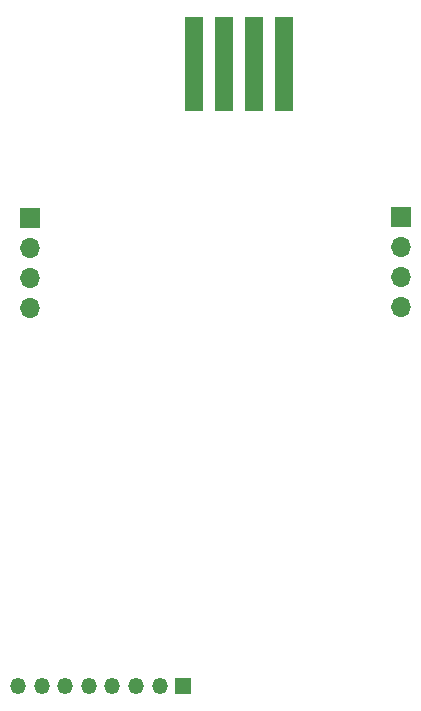
<source format=gbs>
G04 #@! TF.GenerationSoftware,KiCad,Pcbnew,6.0.10*
G04 #@! TF.CreationDate,2023-07-05T17:22:54-05:00*
G04 #@! TF.ProjectId,display_board,64697370-6c61-4795-9f62-6f6172642e6b,rev?*
G04 #@! TF.SameCoordinates,Original*
G04 #@! TF.FileFunction,Soldermask,Bot*
G04 #@! TF.FilePolarity,Negative*
%FSLAX46Y46*%
G04 Gerber Fmt 4.6, Leading zero omitted, Abs format (unit mm)*
G04 Created by KiCad (PCBNEW 6.0.10) date 2023-07-05 17:22:54*
%MOMM*%
%LPD*%
G01*
G04 APERTURE LIST*
%ADD10R,1.350000X1.350000*%
%ADD11O,1.350000X1.350000*%
%ADD12R,1.700000X1.700000*%
%ADD13O,1.700000X1.700000*%
%ADD14R,1.600000X8.000000*%
G04 APERTURE END LIST*
D10*
X20462000Y-56724000D03*
D11*
X18462000Y-56724000D03*
X16462000Y-56724000D03*
X14462000Y-56724000D03*
X12462000Y-56724000D03*
X10462000Y-56724000D03*
X8462000Y-56724000D03*
X6462000Y-56724000D03*
D12*
X38862000Y-17018000D03*
D13*
X38862000Y-19558000D03*
X38862000Y-22098000D03*
X38862000Y-24638000D03*
D12*
X7452000Y-17066000D03*
D13*
X7452000Y-19606000D03*
X7452000Y-22146000D03*
X7452000Y-24686000D03*
D14*
X28956000Y-4064000D03*
X26416000Y-4064000D03*
X23876000Y-4064000D03*
X21336000Y-4064000D03*
M02*

</source>
